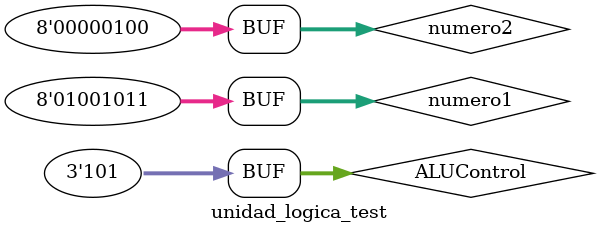
<source format=sv>
module unidad_logica_test();
	logic[7:0] numero1, numero2, resultado;
	logic[2:0] ALUControl;
	


	unidad_logica #(8) PRUEBA(numero1, numero2, ALUControl[2:0], resultado);
	
	initial begin
	
		numero1 = 8'b11001001;
	numero2 = 8'b10100111;
	ALUControl = 3'b111;
	//#10 assert(resultado == 8'bz);
	ALUControl = 3'b000;
	#10 assert(resultado == 8'b11101111);
	ALUControl = 3'b001;
	#10 assert(resultado == 8'b01101110);
	ALUControl = 3'b010;
	#10 assert(resultado == 8'b10000001);
	ALUControl = 3'b011;
	#10 assert(resultado == 8'b10010011);
	ALUControl = 3'b100;
	#10 assert(resultado == 8'b0);
	numero2 = 8'b100;	
	#10 assert(resultado == 8'b00001100);
	ALUControl = 3'b101;
	#10 assert(resultado == 8'b10010000);

	numero1 = 8'b01001011;
	numero2 = 8'b00000100;
	ALUControl = 3'b111;
	//#10 assert(resultado == 8'bz);
	ALUControl = 3'b000;
	#10 assert(resultado == 8'b01001111);
	ALUControl = 3'b001;
	#10 assert(resultado == 8'b01001111);
	ALUControl = 3'b010;
	#10 assert(resultado == 8'b00000000);
	ALUControl = 3'b011;
	#10 assert(resultado == 8'b10110100);
	ALUControl = 3'b100;	
	#10 assert(resultado == 8'b00000100);
	ALUControl = 3'b101;
	#10 assert(resultado == 8'b10110000);
			
	end
	
endmodule 
</source>
